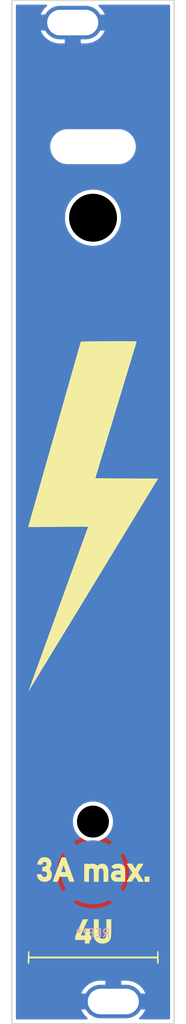
<source format=kicad_pcb>
(kicad_pcb (version 20211014) (generator pcbnew)
  (layers (0 "F.Cu" signal) (31 "B.Cu" signal) (34 "B.Paste" user) (35 "F.Paste" user) (36 "B.SilkS" user "B.Silkscreen") (37 "F.SilkS" user "F.Silkscreen") (38 "B.Mask" user) (39 "F.Mask" user) (44 "Edge.Cuts" user))
  (net 0 "")
  (net 1 "d")
  (footprint "Toggle:Miniature Toggle_Hole" (layer "F.Cu") (at 73.66 85.09)
    (fp_text reference "REF**" hide)
    (fp_text value "Miniature Toggle")
    (pad "" np_thru_hole circle (at 0 0) (size 6 6) (drill 6) (layers *.Mask))
  )
  (footprint "Panel:USB_C_6Pin_Vert" (layer "F.Cu") (at 73.66 76.2)
    (fp_text reference "REF**" hide)
    (fp_text value "USB_C_6Pin_Vert")
    (pad "" np_thru_hole oval (at 0 0) (size 9.7 3.36) (drill oval 9.7 3.36) (layers F&B.Cu *.Mask))
  )
  (footprint "Misc:Screw_Slots" (layer "F.Cu") (at 71.12 121.92)
    (fp_text reference "REF**" hide)
    (fp_text value "Screw_Slots")
    (pad "1" thru_hole oval (at 5.08 61.25) (size 7.4 4.2) (drill oval 6.4 3.2) (layers *.Cu *.Mask) (net 1 "d"))
    (pad "1" thru_hole oval (at 0 -61.25) (size 7.4 4.2) (drill oval 6.4 3.2) (layers *.Cu *.Mask) (net 1 "d"))
  )
  (footprint "LOGO" (layer "F.Cu") (at 73.66 121.92)
    (fp_text reference "G***" (at 0 0) (layer "F.SilkS") (effects (font (size 1.524 1.524) (thickness 0.3))))
    (fp_text value "LOGO" hide)
    (fp_poly (pts (xy 7.0612 46.2788) (xy 6.4516 46.2788) (xy 6.4516 45.6184) (xy 7.0612 45.6184)) (layer "F.SilkS") (width 0) (fill solid))
    (fp_poly (pts (xy 0.72115 52.074575) (xy 0.726461 52.439806) (xy 0.732006 52.717021) (xy 0.739292 52.919795) (xy 0.749827 53.061705) (xy 0.765119 53.156327) (xy 0.786674 53.217235) (xy 0.816 53.258007) (xy 0.854604 53.292217) (xy 0.856527 53.293775) (xy 1.008282 53.367264) (xy 1.169873 53.3908) (xy 1.319885 53.385377) (xy 1.437041 53.361702) (xy 1.525376 53.308664) (xy 1.588926 53.215151) (xy 1.631727 53.070052) (xy 1.657815 52.862257) (xy 1.671225 52.580655) (xy 1.675994 52.214133) (xy 1.6764 51.996322) (xy 1.6764 50.9524) (xy 2.286 50.9524) (xy 2.285716 52.0319) (xy 2.283614 52.447686) (xy 2.276151 52.776038) (xy 2.261227 53.031069) (xy 2.236742 53.226892) (xy 2.200595 53.377619) (xy 2.150687 53.497365) (xy 2.084916 53.600241) (xy 2.044849 53.650451) (xy 1.834341 53.827128) (xy 1.564647 53.945371) (xy 1.263054 54.000083) (xy 0.956851 53.986164) (xy 0.6858 53.904385) (xy 0.428952 53.740201) (xy 0.245462 53.512243) (xy 0.180224 53.379038) (xy 0.153028 53.294049) (xy 0.132568 53.177568) (xy 0.11802 53.015903) (xy 0.108562 52.795364) (xy 0.103368 52.502258) (xy 0.101617 52.122896) (xy 0.1016 52.071631) (xy 0.1016 50.9524) (xy 0.7057 50.9524)) (layer "F.SilkS") (width 0) (fill solid))
    (fp_poly (pts (xy -2.887674 44.699888) (xy -2.75219 45.068825) (xy -2.628797 45.407476) (xy -2.521735 45.704002) (xy -2.435241 45.946561) (xy -2.373554 46.123313) (xy -2.34091 46.222418) (xy -2.3368 46.239012) (xy -2.38293 46.259914) (xy -2.503266 46.270309) (xy -2.654293 46.268524) (xy -2.971785 46.2534) (xy -3.079673 45.9486) (xy -3.187562 45.6438) (xy -4.178439 45.6438) (xy -4.286328 45.9486) (xy -4.394216 46.2534) (xy -4.711708 46.268524) (xy -4.896894 46.271243) (xy -4.996809 46.255595) (xy -5.026525 46.219147) (xy -5.02649 46.217724) (xy -5.008749 46.155245) (xy -4.959797 46.009728) (xy -4.883958 45.793317) (xy -4.785555 45.518159) (xy -4.66891 45.196398) (xy -4.595495 44.9961) (xy -3.959432 44.9961) (xy -3.918732 45.036829) (xy -3.787677 45.056879) (xy -3.677565 45.0596) (xy -3.507408 45.052637) (xy -3.425825 45.029768) (xy -3.416816 44.9961) (xy -3.443274 44.91929) (xy -3.491008 44.774806) (xy -3.550414 44.591766) (xy -3.559716 44.562855) (xy -3.678529 44.193111) (xy -3.817496 44.562855) (xy -3.884248 44.747258) (xy -3.934336 44.898515) (xy -3.958532 44.988452) (xy -3.959432 44.9961) (xy -4.595495 44.9961) (xy -4.538346 44.840181) (xy -4.47869 44.6786) (xy -3.9336 43.2054) (xy -3.438548 43.2054)) (layer "F.SilkS") (width 0) (fill solid))
    (fp_poly (pts (xy 5.076381 44.304367) (xy 5.273381 44.615934) (xy 5.397283 44.418667) (xy 5.48814 44.270071) (xy 5.564811 44.138156) (xy 5.58178 44.1071) (xy 5.627308 44.044214) (xy 5.697714 44.009614) (xy 5.820518 43.995213) (xy 5.970787 43.9928) (xy 6.150475 44.000391) (xy 6.266277 44.020973) (xy 6.2992 44.045548) (xy 6.27232 44.107055) (xy 6.199579 44.232526) (xy 6.092825 44.402302) (xy 5.992428 44.554532) (xy 5.863895 44.748501) (xy 5.756176 44.916311) (xy 5.682482 45.037063) (xy 5.657331 45.08458) (xy 5.67355 45.155457) (xy 5.741323 45.29055) (xy 5.851246 45.472795) (xy 5.967659 45.647508) (xy 6.103835 45.846785) (xy 6.218835 46.019941) (xy 6.299912 46.147457) (xy 6.33359 46.207711) (xy 6.328285 46.247023) (xy 6.263206 46.269129) (xy 6.121301 46.278033) (xy 6.030827 46.2788) (xy 5.700784 46.2788) (xy 5.504692 45.974481) (xy 5.403959 45.826882) (xy 5.3219 45.722531) (xy 5.274954 45.682147) (xy 5.272946 45.682381) (xy 5.227835 45.7274) (xy 5.144209 45.833463) (xy 5.042727 45.974) (xy 4.848162 46.2534) (xy 4.542896 46.268248) (xy 4.375948 46.271503) (xy 4.253194 46.264847) (xy 4.207521 46.252987) (xy 4.223239 46.202311) (xy 4.287481 46.084761) (xy 4.390537 45.916724) (xy 4.5227 45.714582) (xy 4.554352 45.667698) (xy 4.931293 45.112518) (xy 4.573846 44.579752) (xy 4.438588 44.376127) (xy 4.326795 44.20397) (xy 4.249257 44.08018) (xy 4.216761 44.021654) (xy 4.2164 44.019893) (xy 4.262755 44.006117) (xy 4.384076 43.996363) (xy 4.547891 43.9928) (xy 4.879382 43.9928)) (layer "F.SilkS") (width 0) (fill solid))
    (fp_poly (pts (xy 3.989777 -21.382102) (xy 4.374826 -21.380991) (xy 4.687558 -21.378734) (xy 4.935294 -21.375138) (xy 5.125354 -21.370008) (xy 5.265059 -21.363153) (xy 5.36173 -21.354377) (xy 5.422686 -21.343489) (xy 5.45525 -21.330294) (xy 5.466741 -21.3146) (xy 5.464941 -21.29762) (xy 5.43282 -21.194225) (xy 5.374172 -21.003059) (xy 5.290818 -20.73013) (xy 5.184577 -20.381448) (xy 5.057269 -19.963021) (xy 4.910712 -19.480858) (xy 4.746728 -18.940969) (xy 4.567136 -18.349362) (xy 4.373755 -17.712047) (xy 4.168404 -17.035033) (xy 3.952905 -16.324327) (xy 3.729075 -15.585941) (xy 3.498735 -14.825881) (xy 3.263705 -14.050158) (xy 3.025804 -13.264781) (xy 2.786852 -12.475758) (xy 2.548668 -11.689098) (xy 2.313072 -10.910811) (xy 2.081883 -10.146906) (xy 1.856923 -9.40339) (xy 1.640009 -8.686275) (xy 1.432961 -8.001567) (xy 1.2376 -7.355278) (xy 1.055745 -6.753414) (xy 0.889216 -6.201986) (xy 0.739831 -5.707003) (xy 0.609412 -5.274472) (xy 0.499777 -4.910405) (xy 0.412746 -4.620808) (xy 0.350139 -4.411693) (xy 0.313775 -4.289066) (xy 0.304799 -4.257304) (xy 0.35431 -4.250762) (xy 0.497685 -4.244221) (xy 0.727187 -4.237784) (xy 1.035082 -4.231558) (xy 1.413633 -4.225646) (xy 1.855104 -4.220154) (xy 2.35176 -4.215187) (xy 2.895863 -4.21085) (xy 3.479679 -4.207248) (xy 4.095472 -4.204486) (xy 4.231253 -4.204012) (xy 8.157707 -4.191) (xy 0.072418 9.082202) (xy -0.578179 10.150156) (xy -1.215249 11.195719) (xy -1.836758 12.215556) (xy -2.44067 13.206334) (xy -3.024952 14.16472) (xy -3.587566 15.087379) (xy -4.126478 15.970979) (xy -4.639654 16.812185) (xy -5.125058 17.607665) (xy -5.580654 18.354084) (xy -6.004407 19.04811) (xy -6.394284 19.686407) (xy -6.748247 20.265644) (xy -7.064263 20.782486) (xy -7.340295 21.2336) (xy -7.574309 21.615652) (xy -7.76427 21.925309) (xy -7.908143 22.159236) (xy -8.003892 22.314102) (xy -8.049482 22.386571) (xy -8.05313 22.391802) (xy -8.07059 22.382807) (xy -8.056177 22.3266) (xy -8.035503 22.269679) (xy -7.981808 22.121685) (xy -7.896703 21.88706) (xy -7.7818 21.570248) (xy -7.63871 21.17569) (xy -7.469042 20.70783) (xy -7.274409 20.17111) (xy -7.056421 19.569972) (xy -6.81669 18.908859) (xy -6.556825 18.192214) (xy -6.278439 17.424478) (xy -5.983142 16.610096) (xy -5.672544 15.753509) (xy -5.348258 14.859159) (xy -5.011894 13.93149) (xy -4.665062 12.974944) (xy -4.335555 12.066168) (xy -3.980714 11.087663) (xy -3.634927 10.134403) (xy -3.299797 9.210798) (xy -2.976928 8.321259) (xy -2.667922 7.470194) (xy -2.374385 6.662013) (xy -2.09792 5.901126) (xy -1.84013 5.191942) (xy -1.602619 4.538871) (xy -1.386991 3.946323) (xy -1.194849 3.418707) (xy -1.027797 2.960432) (xy -0.887439 2.57591) (xy -0.775379 2.269548) (xy -0.693219 2.045757) (xy -0.642565 1.908947) (xy -0.625115 1.863605) (xy -0.670102 1.85688) (xy -0.809215 1.851485) (xy -1.03499 1.847433) (xy -1.339961 1.844736) (xy -1.716664 1.843408) (xy -2.157633 1.843461) (xy -2.655404 1.844908) (xy -3.202511 1.847761) (xy -3.79149 1.852034) (xy -4.363044 1.857221) (xy -4.971437 1.862991) (xy -5.549328 1.867956) (xy -6.088819 1.872081) (xy -6.582015 1.875329) (xy -7.021021 1.877665) (xy -7.397939 1.879052) (xy -7.704873 1.879454) (xy -7.933929 1.878836) (xy -8.077209 1.877162) (xy -8.126817 1.874395) (xy -8.126817 1.874384) (xy -8.113017 1.824368) (xy -8.072641 1.680884) (xy -8.006898 1.448191) (xy -7.916996 1.130548) (xy -7.804145 0.732214) (xy -7.669552 0.257448) (xy -7.514429 -0.289491) (xy -7.339982 -0.904344) (xy -7.14742 -1.582853) (xy -6.937954 -2.320758) (xy -6.71279 -3.1138) (xy -6.473139 -3.95772) (xy -6.220209 -4.84826) (xy -5.955209 -5.78116) (xy -5.679348 -6.752162) (xy -5.393834 -7.757006) (xy -5.099877 -8.791433) (xy -4.83364 -9.7282) (xy -1.541647 -21.3106) (xy -1.189924 -21.342391) (xy -1.076712 -21.348151) (xy -0.871839 -21.353779) (xy -0.585242 -21.359167) (xy -0.226861 -21.364207) (xy 0.193366 -21.368791) (xy 0.665501 -21.372813) (xy 1.179606 -21.376163) (xy 1.725741 -21.378736) (xy 2.293969 -21.380422) (xy 2.327523 -21.380491) (xy 2.973446 -21.381658) (xy 3.525091 -21.38226)) (layer "F.SilkS") (width 0) (fill solid))
    (fp_poly (pts (xy 8.1153 54.924418) (xy 8.149213 54.940185) (xy 8.173901 54.982312) (xy 8.191224 55.065584) (xy 8.203047 55.204786) (xy 8.211233 55.414706) (xy 8.217644 55.710129) (xy 8.218189 55.740943) (xy 8.22287 56.04192) (xy 8.223624 56.256065) (xy 8.218853 56.398117) (xy 8.206962 56.482816) (xy 8.186355 56.524903) (xy 8.155434 56.539117) (xy 8.131611 56.5404) (xy 8.0773 56.529003) (xy 8.044741 56.480242) (xy 8.026564 56.372258) (xy 8.016021 56.1975) (xy 8.001 55.8546) (xy -7.9502 55.8546) (xy -7.965222 56.1975) (xy -7.976601 56.380973) (xy -7.995447 56.484705) (xy -8.029125 56.530552) (xy -8.080812 56.5404) (xy -8.118592 56.535741) (xy -8.145114 56.511941) (xy -8.161974 56.454257) (xy -8.170769 56.347949) (xy -8.173094 56.178279) (xy -8.170546 55.930504) (xy -8.16739 55.740943) (xy -8.161046 55.437226) (xy -8.153093 55.220323) (xy -8.141668 55.075448) (xy -8.124908 54.987815) (xy -8.100949 54.942638) (xy -8.067928 54.925132) (xy -8.0645 54.924418) (xy -8.017865 54.927244) (xy -7.990962 54.9714) (xy -7.978603 55.076861) (xy -7.975601 55.263603) (xy -7.9756 55.266675) (xy -7.9756 55.626) (xy 8.0264 55.626) (xy 8.0264 55.266675) (xy 8.029314 55.078737) (xy 8.041516 54.972341) (xy 8.068195 54.927512) (xy 8.114539 54.924274)) (layer "F.SilkS") (width 0) (fill solid))
    (fp_poly (pts (xy 3.446473 44.031435) (xy 3.634159 44.091319) (xy 3.693243 44.126229) (xy 3.812193 44.21965) (xy 3.900172 44.308132) (xy 3.961837 44.408592) (xy 4.001846 44.537947) (xy 4.024855 44.713113) (xy 4.035523 44.951008) (xy 4.038507 45.268549) (xy 4.0386 45.380686) (xy 4.0386 46.2534) (xy 3.429 46.258444) (xy 3.181591 46.258526) (xy 2.964537 46.254977) (xy 2.80197 46.248427) (xy 2.719917 46.239981) (xy 2.499809 46.140121) (xy 2.341459 45.96521) (xy 2.252387 45.726107) (xy 2.239055 45.581637) (xy 2.801117 45.581637) (xy 2.866565 45.661391) (xy 3.016797 45.70874) (xy 3.18122 45.72) (xy 3.4544 45.72) (xy 3.4544 45.359329) (xy 3.167558 45.374564) (xy 2.967552 45.398277) (xy 2.853534 45.445793) (xy 2.827604 45.474441) (xy 2.801117 45.581637) (xy 2.239055 45.581637) (xy 2.2352 45.53986) (xy 2.269034 45.278564) (xy 2.37337 45.083013) (xy 2.552455 44.949826) (xy 2.810537 44.875623) (xy 3.093777 44.8564) (xy 3.290887 44.851576) (xy 3.404052 44.834783) (xy 3.450573 44.80254) (xy 3.4544 44.783828) (xy 3.411485 44.661428) (xy 3.298654 44.584513) (xy 3.139776 44.559494) (xy 2.958718 44.59278) (xy 2.876232 44.628559) (xy 2.783239 44.669485) (xy 2.705289 44.670238) (xy 2.605284 44.624388) (xy 2.508023 44.564746) (xy 2.382345 44.479413) (xy 2.301898 44.413386) (xy 2.28609 44.391015) (xy 2.32673 44.326215) (xy 2.429739 44.23704) (xy 2.566382 44.144087) (xy 2.707922 44.067952) (xy 2.772692 44.042249) (xy 2.977714 44.003431) (xy 3.214983 44.000983)) (layer "F.SilkS") (width 0) (fill solid))
    (fp_poly (pts (xy 0.054014 44.001412) (xy 0.274999 44.064162) (xy 0.373911 44.118269) (xy 0.5588 44.243738) (xy 0.7493 44.113615) (xy 0.887435 44.033593) (xy 1.020074 44.001208) (xy 1.198313 44.004383) (xy 1.20813 44.00516) (xy 1.396217 44.033808) (xy 1.533763 44.09687) (xy 1.647398 44.192509) (xy 1.751507 44.310713) (xy 1.827621 44.445264) (xy 1.879166 44.612809) (xy 1.909568 44.829993) (xy 1.922252 45.113462) (xy 1.920644 45.479863) (xy 1.919929 45.5168) (xy 1.905 46.2534) (xy 1.3208 46.28387) (xy 1.3208 45.556038) (xy 1.317307 45.220147) (xy 1.303802 44.972646) (xy 1.275749 44.800469) (xy 1.228607 44.690554) (xy 1.157839 44.629836) (xy 1.058906 44.605252) (xy 0.989506 44.6024) (xy 0.836423 44.630403) (xy 0.763787 44.70066) (xy 0.744592 44.786155) (xy 0.72864 44.95287) (xy 0.717207 45.180441) (xy 0.71157 45.448508) (xy 0.7112 45.53886) (xy 0.7112 46.2788) (xy 0.1016 46.2788) (xy 0.1016 45.53886) (xy 0.098072 45.262189) (xy 0.088342 45.019545) (xy 0.073687 44.831288) (xy 0.055384 44.717782) (xy 0.049012 44.70066) (xy -0.026725 44.629001) (xy -0.166796 44.603024) (xy -0.2032 44.6024) (xy -0.358632 44.620802) (xy -0.444642 44.682905) (xy -0.455413 44.70066) (xy -0.474608 44.786155) (xy -0.49056 44.95287) (xy -0.501993 45.180441) (xy -0.50763 45.448508) (xy -0.508 45.53886) (xy -0.508 46.2788) (xy -0.788995 46.2788) (xy -0.97831 46.266759) (xy -1.08088 46.231967) (xy -1.09486 46.213987) (xy -1.101666 46.145642) (xy -1.106449 45.991789) (xy -1.109051 45.768502) (xy -1.109315 45.491856) (xy -1.107083 45.177926) (xy -1.105966 45.083687) (xy -1.0922 44.0182) (xy -0.817608 44.002571) (xy -0.63609 44.00364) (xy -0.526326 44.029022) (xy -0.506569 44.045916) (xy -0.449811 44.079202) (xy -0.365401 44.048844) (xy -0.173678 43.99497)) (layer "F.SilkS") (width 0) (fill solid))
    (fp_poly (pts (xy -1.069758 51.938305) (xy -1.203643 52.231466) (xy -1.321898 52.492777) (xy -1.418353 52.708409) (xy -1.486837 52.86453) (xy -1.521181 52.947311) (xy -1.524 52.956559) (xy -1.478283 52.972445) (xy -1.361397 52.982525) (xy -1.27 52.9844) (xy -1.016 52.9844) (xy -1.016 52.1208) (xy -0.4064 52.1208) (xy -0.4064 52.5526) (xy -0.40451 52.762553) (xy -0.395721 52.890798) (xy -0.375361 52.957199) (xy -0.338754 52.981623) (xy -0.3048 52.9844) (xy -0.246086 52.996527) (xy -0.215499 53.04896) (xy -0.204284 53.165778) (xy -0.2032 53.2638) (xy -0.207787 53.425613) (xy -0.227168 53.509901) (xy -0.269776 53.540538) (xy -0.30188 53.5432) (xy -0.367286 53.563084) (xy -0.40182 53.639331) (xy -0.41618 53.7591) (xy -0.4318 53.975) (xy -1.016 54.00547) (xy -1.016 53.5432) (xy -2.2352 53.5432) (xy -2.2352 53.293699) (xy -2.228754 53.195526) (xy -2.205971 53.082818) (xy -2.161686 52.941736) (xy -2.090735 52.758442) (xy -1.987951 52.519098) (xy -1.848171 52.209865) (xy -1.756439 52.010999) (xy -1.277678 50.9778) (xy -0.946596 50.962846) (xy -0.615515 50.947892)) (layer "F.SilkS") (width 0) (fill solid))
    (fp_poly (pts (xy -5.985008 43.190515) (xy -5.684893 43.252419) (xy -5.453507 43.388132) (xy -5.293674 43.595033) (xy -5.208218 43.870501) (xy -5.202018 43.91732) (xy -5.194626 44.100017) (xy -5.228099 44.2564) (xy -5.301832 44.420096) (xy -5.373535 44.564487) (xy -5.401273 44.651995) (xy -5.387681 44.716021) (xy -5.335394 44.789964) (xy -5.331413 44.795027) (xy -5.205101 45.031929) (xy -5.150106 45.310828) (xy -5.167718 45.600106) (xy -5.259228 45.86815) (xy -5.285706 45.915108) (xy -5.445289 46.08603) (xy -5.669813 46.204983) (xy -5.934056 46.266826) (xy -6.212793 46.266416) (xy -6.480801 46.198612) (xy -6.541866 46.171175) (xy -6.735132 46.031462) (xy -6.891545 45.836498) (xy -6.989031 45.619119) (xy -7.0104 45.474236) (xy -7.0104 45.3136) (xy -6.729743 45.3136) (xy -6.566241 45.318018) (xy -6.474214 45.339598) (xy -6.423647 45.390824) (xy -6.396365 45.452266) (xy -6.324136 45.586855) (xy -6.21943 45.651773) (xy -6.059072 45.668422) (xy -5.895517 45.626843) (xy -5.789611 45.511071) (xy -5.752481 45.337232) (xy -5.762291 45.238241) (xy -5.823818 45.079995) (xy -5.944624 44.990029) (xy -6.139197 44.958357) (xy -6.168861 44.958) (xy -6.35 44.958) (xy -6.35 44.6786) (xy -6.346588 44.518491) (xy -6.329026 44.435117) (xy -6.286328 44.403661) (xy -6.226308 44.3992) (xy -6.017073 44.364352) (xy -5.871632 44.269236) (xy -5.801379 44.127992) (xy -5.817707 43.954763) (xy -5.834464 43.912853) (xy -5.899971 43.824735) (xy -6.010509 43.79178) (xy -6.072104 43.7896) (xy -6.198294 43.802061) (xy -6.272748 43.858546) (xy -6.328912 43.969883) (xy -6.375577 44.071241) (xy -6.427047 44.123486) (xy -6.514187 44.140553) (xy -6.667859 44.136375) (xy -6.69462 44.134983) (xy -6.857946 44.124227) (xy -6.942865 44.104524) (xy -6.97244 44.061744) (xy -6.969732 43.98176) (xy -6.968157 43.9674) (xy -6.899564 43.734426) (xy -6.760952 43.50928) (xy -6.578768 43.330323) (xy -6.491499 43.276038) (xy -6.323767 43.208772) (xy -6.147065 43.18523)) (layer "F.SilkS") (width 0) (fill solid))
  )
  (footprint "Misc:PLP5_Hole" (layer "F.Cu") (at 73.65 160.655)
    (fp_text reference "REF**" hide)
    (fp_text value "PLP5_Hole")
    (pad "" np_thru_hole circle (at 0 0) (size 4 4) (drill 4) (layers *.Mask))
  )
  (footprint "Misc:Würth_REDCUBE_SMD_7466203" (layer "B.Cu") (at 73.66 167.005 180)
    (fp_text reference "REF**" (at 0 -7.62 unlocked) (layer "B.SilkS") (effects (justify mirror)))
    (fp_text value "Würth_REDCUBE_SMD_7466203")
    (pad "1" smd circle (at 0 0 180) (size 8 8) (layers "B.Cu" "B.Paste" "B.Mask") (net 1 "d"))
  )
  (gr_line (start 83.82 57.92) (end 63.5 57.92) (layer "Edge.Cuts") (width 0.1))
  (gr_line (start 63.5 57.92) (end 63.5 185.92) (layer "Edge.Cuts") (width 0.15))
  (gr_line (start 83.82 57.92) (end 83.82 185.92) (layer "Edge.Cuts") (width 0.15))
  (gr_line (start 63.5 185.92) (end 83.82 185.92) (layer "Edge.Cuts") (width 0.1))
  (zone (net 1) (net_name "d") (layers F&B.Cu) (connect_pads (clearance 0.508)) (min_thickness 0.254) (fill yes (thermal_gap 0.508) (thermal_bridge_width 2))
    (polygon (pts (xy 83.82 185.928) (xy 63.5 185.928) (xy 63.5 57.912) (xy 83.82 57.912)))
  )
)
</source>
